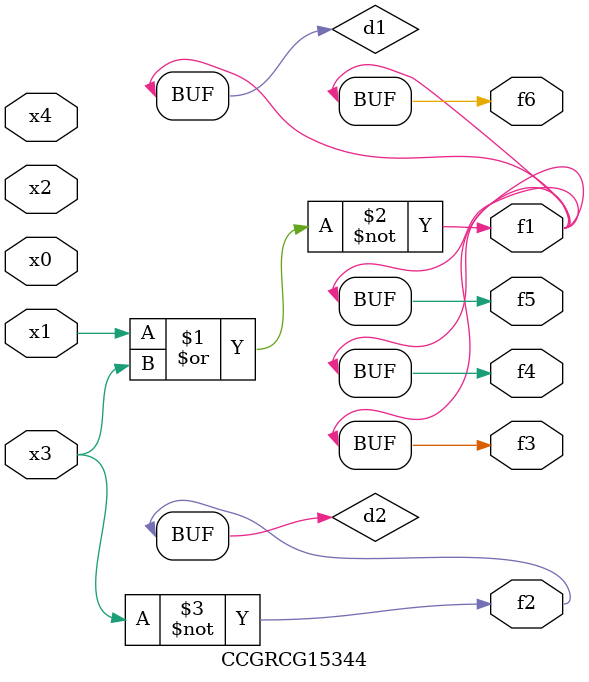
<source format=v>
module CCGRCG15344(
	input x0, x1, x2, x3, x4,
	output f1, f2, f3, f4, f5, f6
);

	wire d1, d2;

	nor (d1, x1, x3);
	not (d2, x3);
	assign f1 = d1;
	assign f2 = d2;
	assign f3 = d1;
	assign f4 = d1;
	assign f5 = d1;
	assign f6 = d1;
endmodule

</source>
